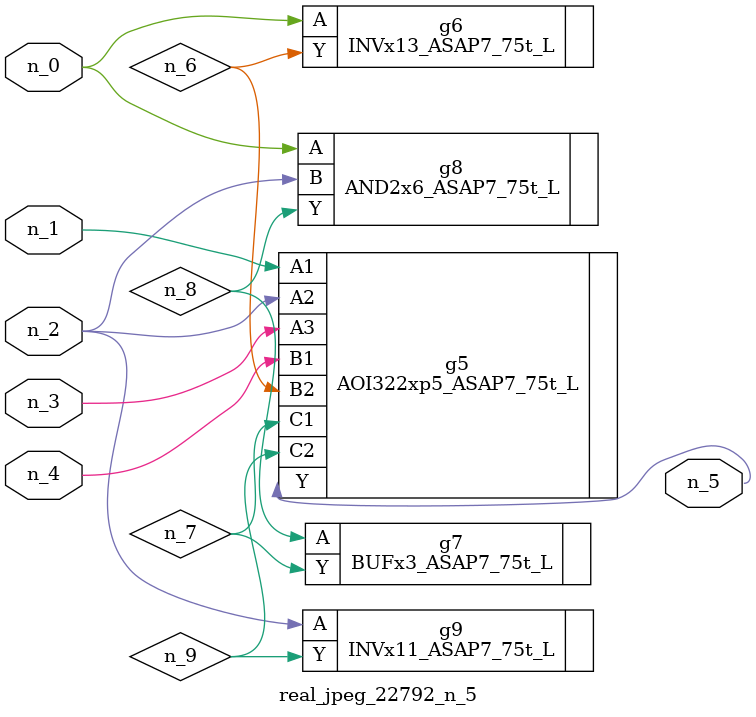
<source format=v>
module real_jpeg_22792_n_5 (n_4, n_0, n_1, n_2, n_3, n_5);

input n_4;
input n_0;
input n_1;
input n_2;
input n_3;

output n_5;

wire n_8;
wire n_6;
wire n_7;
wire n_9;

INVx13_ASAP7_75t_L g6 ( 
.A(n_0),
.Y(n_6)
);

AND2x6_ASAP7_75t_L g8 ( 
.A(n_0),
.B(n_2),
.Y(n_8)
);

AOI322xp5_ASAP7_75t_L g5 ( 
.A1(n_1),
.A2(n_2),
.A3(n_3),
.B1(n_4),
.B2(n_6),
.C1(n_7),
.C2(n_9),
.Y(n_5)
);

INVx11_ASAP7_75t_L g9 ( 
.A(n_2),
.Y(n_9)
);

BUFx3_ASAP7_75t_L g7 ( 
.A(n_8),
.Y(n_7)
);


endmodule
</source>
